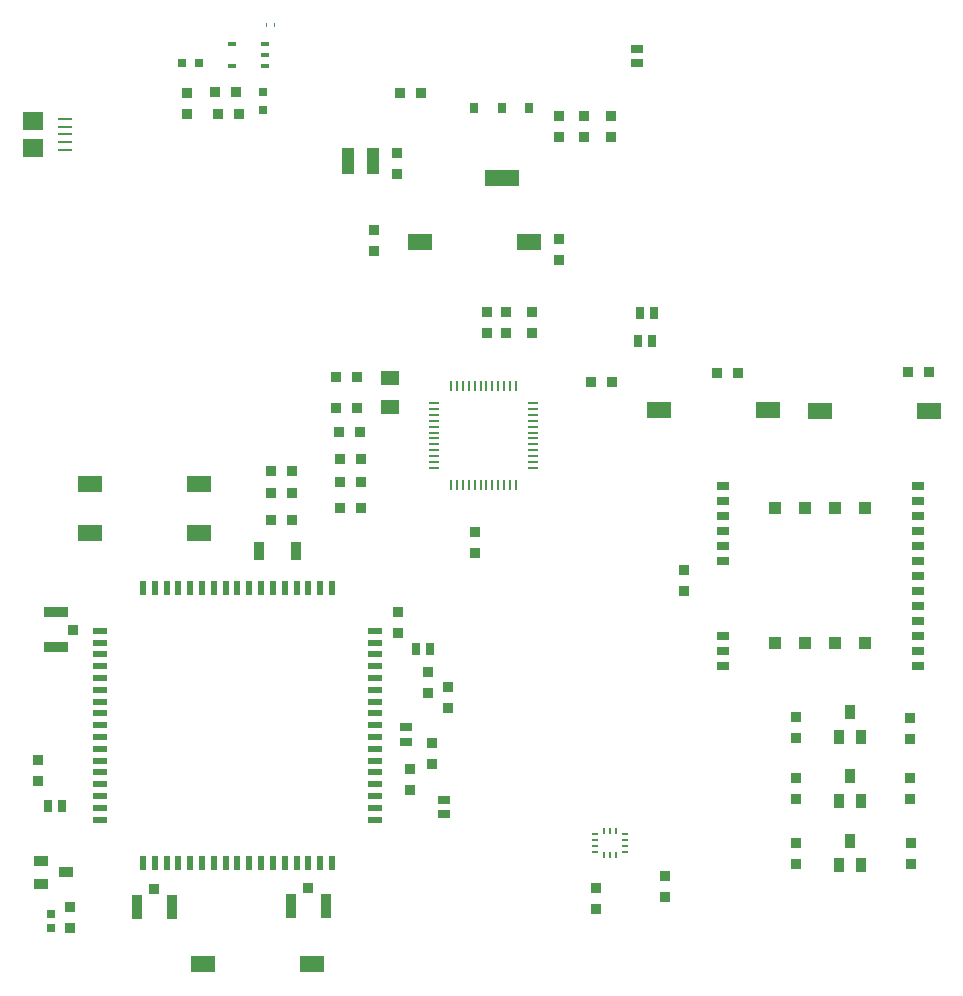
<source format=gbr>
%FSLAX35Y35*%
%MOMM*%
G04 EasyPC Gerber Version 18.0.9 Build 3640 *
%ADD157R,0.05760X0.31760*%
%ADD162R,0.16760X0.89760*%
%ADD171R,0.19760X0.62260*%
%ADD167R,0.56760X1.19760*%
%ADD156R,0.64760X0.64760*%
%ADD168R,0.64760X1.04760*%
%ADD158R,0.74760X0.89760*%
%ADD177R,0.84760X0.84760*%
%ADD154R,0.84760X0.93760*%
%ADD179R,0.84760X1.24760*%
%ADD176R,0.89760X2.04760*%
%ADD178R,0.96160X1.64960*%
%ADD164R,1.05760X2.24760*%
%ADD170R,1.11760X1.11760*%
%ADD161R,0.89760X0.16760*%
%ADD172R,0.62260X0.19760*%
%ADD150R,1.19760X0.24760*%
%ADD152R,0.74760X0.39760*%
%ADD166R,1.19760X0.56760*%
%ADD153R,0.64760X0.64760*%
%ADD160R,1.04760X0.64760*%
%ADD169R,1.04760X0.74760*%
%ADD175R,0.84760X0.84760*%
%ADD155R,0.93760X0.84760*%
%ADD173R,1.24760X0.84760*%
%ADD174R,2.04760X0.89760*%
%ADD165R,1.59760X1.24760*%
%ADD159R,2.94760X1.39760*%
%ADD163R,2.02760X1.44760*%
%ADD151R,1.74760X1.64760*%
X0Y0D02*
D02*
D150*
X507210Y7938440D03*
Y8003440D03*
Y8068440D03*
Y8133440D03*
Y8198440D03*
D02*
D151*
X239710Y7953440D03*
Y8183440D03*
D02*
D152*
X1924540Y8643190D03*
Y8833190D03*
X2203940Y8643190D03*
Y8738190D03*
Y8833190D03*
D02*
D153*
X389920Y1347490D03*
Y1467490D03*
X1495290Y8668340D03*
X1645290D03*
D02*
D154*
X275570Y2589760D03*
Y2767560D03*
X551590Y1350290D03*
Y1528090D03*
X1537190Y8242890D03*
Y8420690D03*
X3124690Y7081650D03*
Y7259450D03*
X3315190Y7734670D03*
Y7912470D03*
X3331680Y3845080D03*
Y4022880D03*
X3433120Y2513680D03*
Y2691480D03*
X3578940Y3341050D03*
Y3518850D03*
X3616980Y2735580D03*
Y2913380D03*
X3750120Y3207910D03*
Y3385710D03*
X3975590Y4523460D03*
Y4701260D03*
X4077190Y6384250D03*
Y6562050D03*
X4242290Y6384250D03*
Y6562050D03*
X4458190Y6384250D03*
Y6562050D03*
X4686790Y7002400D03*
Y7180200D03*
Y8046040D03*
Y8223840D03*
X4902690Y8046040D03*
Y8223840D03*
X5005440Y1505620D03*
Y1683420D03*
X5131290Y8046040D03*
Y8223840D03*
X5588720Y1607060D03*
Y1784860D03*
X5747220Y4200120D03*
Y4377920D03*
X6695050Y1888130D03*
Y2065930D03*
Y2960650D03*
Y3138450D03*
X6701390Y2439710D03*
Y2617510D03*
X7658730Y2439710D03*
Y2617510D03*
Y2951140D03*
Y3128940D03*
X7671410Y1888130D03*
Y2065930D03*
D02*
D155*
X1778490Y8427040D03*
X1803890Y8236540D03*
X1956290Y8427040D03*
X1981690Y8236540D03*
X2248920Y4806520D03*
Y5028420D03*
Y5217830D03*
X2426720Y4806520D03*
Y5028420D03*
Y5217830D03*
X2801570Y5752720D03*
Y6010530D03*
X2830680Y5544140D03*
X2836800Y4900830D03*
Y5125040D03*
Y5315540D03*
X2979370Y5752720D03*
Y6010530D03*
X3008480Y5544140D03*
X3014600Y4900830D03*
Y5125040D03*
Y5315540D03*
X3340590Y8414340D03*
X3518390D03*
X4964090Y5969120D03*
X5141890D03*
X6032380Y6051540D03*
X6210180D03*
X7642740Y6057880D03*
X7820540D03*
D02*
D156*
X2184890Y8274490D03*
Y8424490D03*
D02*
D157*
X2217710Y8992190D03*
X2283710D03*
D02*
D158*
X3974190Y8295240D03*
X4204190D03*
X4434190D03*
D02*
D159*
X4204190Y7695240D03*
D02*
D160*
X3391910Y2926150D03*
Y3046150D03*
X3715250Y2311170D03*
Y2431170D03*
X5347190Y8674690D03*
Y8794690D03*
D02*
D161*
X3629290Y5243740D03*
Y5293740D03*
Y5343740D03*
Y5393740D03*
Y5443740D03*
Y5493740D03*
Y5543740D03*
Y5593740D03*
Y5643740D03*
Y5693740D03*
Y5743740D03*
Y5793740D03*
X4474290Y5243740D03*
Y5293740D03*
Y5343740D03*
Y5393740D03*
Y5443740D03*
Y5493740D03*
Y5543740D03*
Y5593740D03*
Y5643740D03*
Y5693740D03*
Y5743740D03*
Y5793740D03*
D02*
D162*
X3776790Y5096240D03*
Y5941240D03*
X3826790Y5096240D03*
Y5941240D03*
X3876790Y5096240D03*
Y5941240D03*
X3926790Y5096240D03*
Y5941240D03*
X3976790Y5096240D03*
Y5941240D03*
X4026790Y5096240D03*
Y5941240D03*
X4076790Y5096240D03*
Y5941240D03*
X4126790Y5096240D03*
Y5941240D03*
X4176790Y5096240D03*
Y5941240D03*
X4226790Y5096240D03*
Y5941240D03*
X4276790Y5096240D03*
Y5941240D03*
X4326790Y5096240D03*
Y5941240D03*
D02*
D163*
X719250Y4694780D03*
Y5103710D03*
X1639250Y4694780D03*
Y5103710D03*
X1679760Y1046110D03*
X2599760D03*
X3515590Y7157040D03*
X4435590D03*
X5537650Y5734540D03*
X6457650D03*
X6900750Y5728200D03*
X7820750D03*
D02*
D164*
X2900890Y7839420D03*
X3119890D03*
D02*
D165*
X3258770Y5758530D03*
Y6008530D03*
D02*
D166*
X806080Y2265400D03*
Y2365400D03*
Y2465400D03*
Y2565400D03*
Y2665400D03*
Y2765400D03*
Y2865400D03*
Y2965400D03*
Y3065400D03*
Y3165400D03*
Y3265400D03*
Y3365400D03*
Y3465400D03*
Y3565400D03*
Y3665400D03*
Y3765400D03*
Y3865400D03*
X3131080Y2265400D03*
Y2365400D03*
Y2465400D03*
Y2565400D03*
Y2665400D03*
Y2765400D03*
Y2865400D03*
Y2965400D03*
Y3065400D03*
Y3165400D03*
Y3265400D03*
Y3365400D03*
Y3465400D03*
Y3565400D03*
Y3665400D03*
Y3765400D03*
Y3865400D03*
D02*
D167*
X1168580Y1902900D03*
Y4227900D03*
X1268580Y1902900D03*
Y4227900D03*
X1368580Y1902900D03*
Y4227900D03*
X1468580Y1902900D03*
Y4227900D03*
X1568580Y1902900D03*
Y4227900D03*
X1668580Y1902900D03*
Y4227900D03*
X1768580Y1902900D03*
Y4227900D03*
X1868580Y1902900D03*
Y4227900D03*
X1968580Y1902900D03*
Y4227900D03*
X2068580Y1902900D03*
Y4227900D03*
X2168580Y1902900D03*
Y4227900D03*
X2268580Y1902900D03*
Y4227900D03*
X2368580Y1902900D03*
Y4227900D03*
X2468580Y1902900D03*
Y4227900D03*
X2568580Y1902900D03*
Y4227900D03*
X2668580Y1902900D03*
Y4227900D03*
X2768580Y1902900D03*
Y4227900D03*
D02*
D168*
X361390Y2377510D03*
X481390D03*
X3477730Y3712080D03*
X3597730D03*
X5360710Y6320990D03*
X5373390Y6555570D03*
X5480710Y6320990D03*
X5493390Y6555570D03*
D02*
D169*
X6078770Y3568230D03*
Y3695230D03*
Y3822230D03*
Y4457230D03*
Y4584230D03*
Y4711230D03*
Y4838230D03*
Y4965230D03*
Y5092230D03*
X7729770Y3568230D03*
Y3695230D03*
Y3822230D03*
Y3949230D03*
Y4076230D03*
Y4203230D03*
Y4330230D03*
Y4457230D03*
Y4584230D03*
Y4711230D03*
Y4838230D03*
Y4965230D03*
Y5092230D03*
D02*
D170*
X6523270Y3759730D03*
Y4900730D03*
X6777270Y3759730D03*
Y4900730D03*
X7031270Y3759730D03*
Y4900730D03*
X7285270Y3759730D03*
Y4900730D03*
D02*
D171*
X5071820Y1968770D03*
Y2171270D03*
X5121820Y1968770D03*
Y2171270D03*
X5171820Y1968770D03*
Y2171270D03*
D02*
D172*
X4995570Y1995020D03*
Y2045020D03*
Y2095020D03*
Y2145020D03*
X5248070Y1995020D03*
Y2045020D03*
Y2095020D03*
Y2145020D03*
D02*
D173*
X303710Y1724590D03*
Y1914590D03*
X513710Y1819590D03*
D02*
D174*
X429280Y3726250D03*
Y4021250D03*
D02*
D175*
X579280Y3873750D03*
D02*
D176*
X1116390Y1529270D03*
X1411390D03*
X2422430Y1538780D03*
X2717430D03*
D02*
D177*
X1263890Y1679270D03*
X2569930Y1688780D03*
D02*
D178*
X2153540Y4536280D03*
X2468340D03*
D02*
D179*
X7057350Y1878370D03*
Y2423610D03*
Y2966740D03*
X7152350Y2088370D03*
Y2633610D03*
Y3176740D03*
X7247350Y1878370D03*
Y2423610D03*
Y2966740D03*
X0Y0D02*
M02*

</source>
